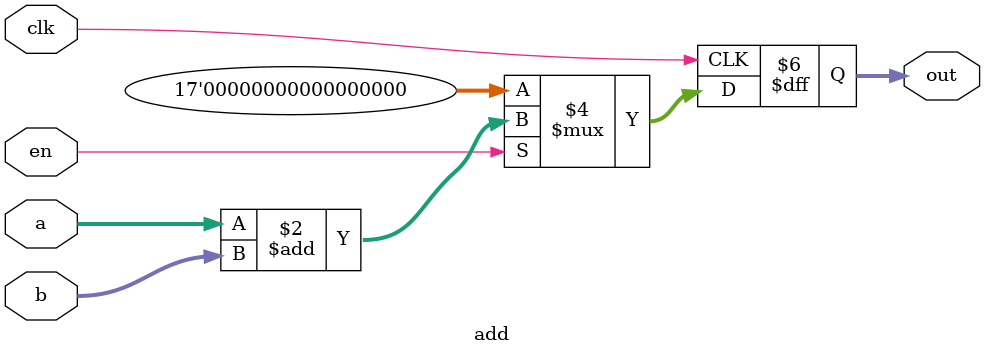
<source format=v>
`timescale 1ns / 1ps

module add(clk, en, a, b, out);

    // params
    parameter AW = 16;
    parameter BW = 16;
    localparam OW = (AW > BW) ? (AW + 1) : (BW + 1);

    // port declarations
    input wire                      clk, en;
    input wire signed [(AW-1):0]    a;
    input wire signed [(BW-1):0]    b;
    output reg signed [(OW-1):0]    out;

    always @ (posedge clk) begin
        if (en) out <= a + b;
        else out <= 0;
    end
        
endmodule

</source>
